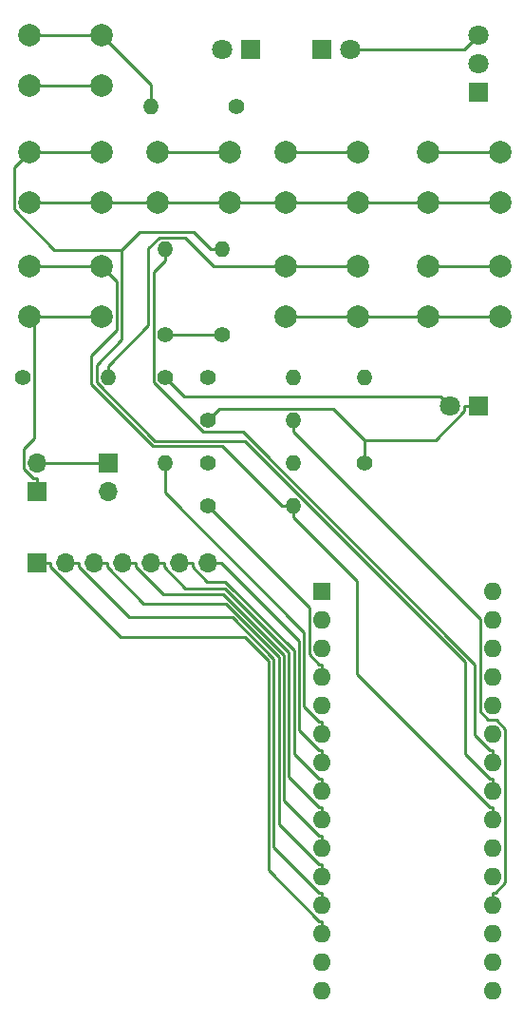
<source format=gbr>
%TF.GenerationSoftware,KiCad,Pcbnew,9.0.5*%
%TF.CreationDate,2025-11-06T21:16:11+01:00*%
%TF.ProjectId,telecomando,74656c65-636f-46d6-916e-646f2e6b6963,rev?*%
%TF.SameCoordinates,PX5e78920PY1360f00*%
%TF.FileFunction,Copper,L2,Bot*%
%TF.FilePolarity,Positive*%
%FSLAX46Y46*%
G04 Gerber Fmt 4.6, Leading zero omitted, Abs format (unit mm)*
G04 Created by KiCad (PCBNEW 9.0.5) date 2025-11-06 21:16:11*
%MOMM*%
%LPD*%
G01*
G04 APERTURE LIST*
%TA.AperFunction,ComponentPad*%
%ADD10R,1.800000X1.800000*%
%TD*%
%TA.AperFunction,ComponentPad*%
%ADD11C,1.800000*%
%TD*%
%TA.AperFunction,ComponentPad*%
%ADD12R,1.700000X1.700000*%
%TD*%
%TA.AperFunction,ComponentPad*%
%ADD13O,1.700000X1.700000*%
%TD*%
%TA.AperFunction,ComponentPad*%
%ADD14C,1.400000*%
%TD*%
%TA.AperFunction,ComponentPad*%
%ADD15O,1.400000X1.400000*%
%TD*%
%TA.AperFunction,ComponentPad*%
%ADD16C,2.000000*%
%TD*%
%TA.AperFunction,ComponentPad*%
%ADD17R,1.600000X1.600000*%
%TD*%
%TA.AperFunction,ComponentPad*%
%ADD18O,1.600000X1.600000*%
%TD*%
%TA.AperFunction,Conductor*%
%ADD19C,0.250000*%
%TD*%
G04 APERTURE END LIST*
D10*
%TO.P,IR1,1,OUT*%
%TO.N,Net-(A1-D11)*%
X43180000Y-8890000D03*
D11*
%TO.P,IR1,2,GND*%
%TO.N,GND*%
X43180000Y-6350000D03*
%TO.P,IR1,3,VCC*%
%TO.N,VCC*%
X43180000Y-3810000D03*
%TD*%
D12*
%TO.P,J2,1,Pin_1*%
%TO.N,Net-(J2-Pin_1)*%
X10160000Y-41910000D03*
D13*
%TO.P,J2,2,Pin_2*%
%TO.N,GND*%
X10160000Y-44450000D03*
%TD*%
D10*
%TO.P,D1,1,K*%
%TO.N,GND*%
X22860000Y-5080000D03*
D11*
%TO.P,D1,2,A*%
%TO.N,Net-(D1-A)*%
X20320000Y-5080000D03*
%TD*%
D14*
%TO.P,R1,1*%
%TO.N,Net-(D1-A)*%
X15240000Y-34290000D03*
D15*
%TO.P,R1,2*%
%TO.N,Net-(A1-D3)*%
X15240000Y-41910000D03*
%TD*%
D12*
%TO.P,J1,1,Pin_1*%
%TO.N,Net-(A1-D10)*%
X3810000Y-50800000D03*
D13*
%TO.P,J1,2,Pin_2*%
%TO.N,Net-(A1-D9)*%
X6350000Y-50800000D03*
%TO.P,J1,3,Pin_3*%
%TO.N,Net-(A1-D8)*%
X8890000Y-50800000D03*
%TO.P,J1,4,Pin_4*%
%TO.N,Net-(A1-D7)*%
X11430000Y-50800000D03*
%TO.P,J1,5,Pin_5*%
%TO.N,Net-(A1-D6)*%
X13970000Y-50800000D03*
%TO.P,J1,6,Pin_6*%
%TO.N,Net-(A1-D5)*%
X16510000Y-50800000D03*
%TO.P,J1,7,Pin_7*%
%TO.N,Net-(A1-D4)*%
X19050000Y-50800000D03*
%TD*%
D14*
%TO.P,R9,1*%
%TO.N,GND*%
X33020000Y-41910000D03*
D15*
%TO.P,R9,2*%
%TO.N,Net-(D3-K)*%
X33020000Y-34290000D03*
%TD*%
D14*
%TO.P,R3,1*%
%TO.N,GND*%
X19050000Y-38100000D03*
D15*
%TO.P,R3,2*%
%TO.N,Net-(A1-A0)*%
X26670000Y-38100000D03*
%TD*%
D12*
%TO.P,J3,1,Pin_1*%
%TO.N,VCC*%
X3810000Y-44450000D03*
D13*
%TO.P,J3,2,Pin_2*%
%TO.N,Net-(J2-Pin_1)*%
X3810000Y-41910000D03*
%TD*%
D16*
%TO.P,SW_PSU1,1,1*%
%TO.N,Net-(A1-A0)*%
X25960000Y-14260000D03*
X32460000Y-14260000D03*
%TO.P,SW_PSU1,2,2*%
%TO.N,VCC*%
X25960000Y-18760000D03*
X32460000Y-18760000D03*
%TD*%
D14*
%TO.P,R8,1*%
%TO.N,GND*%
X2540000Y-34290000D03*
D15*
%TO.P,R8,2*%
%TO.N,Net-(A1-D2)*%
X10160000Y-34290000D03*
%TD*%
D17*
%TO.P,A1,1,D1/TX*%
%TO.N,unconnected-(A1-D1{slash}TX-Pad1)*%
X29210000Y-53340000D03*
D18*
%TO.P,A1,2,D0/RX*%
%TO.N,unconnected-(A1-D0{slash}RX-Pad2)*%
X29210000Y-55880000D03*
%TO.P,A1,3,~{RESET}*%
%TO.N,unconnected-(A1-~{RESET}-Pad3)*%
X29210000Y-58420000D03*
%TO.P,A1,4,GND*%
%TO.N,GND*%
X29210000Y-60960000D03*
%TO.P,A1,5,D2*%
%TO.N,Net-(A1-D2)*%
X29210000Y-63500000D03*
%TO.P,A1,6,D3*%
%TO.N,Net-(A1-D3)*%
X29210000Y-66040000D03*
%TO.P,A1,7,D4*%
%TO.N,Net-(A1-D4)*%
X29210000Y-68580000D03*
%TO.P,A1,8,D5*%
%TO.N,Net-(A1-D5)*%
X29210000Y-71120000D03*
%TO.P,A1,9,D6*%
%TO.N,Net-(A1-D6)*%
X29210000Y-73660000D03*
%TO.P,A1,10,D7*%
%TO.N,Net-(A1-D7)*%
X29210000Y-76200000D03*
%TO.P,A1,11,D8*%
%TO.N,Net-(A1-D8)*%
X29210000Y-78740000D03*
%TO.P,A1,12,D9*%
%TO.N,Net-(A1-D9)*%
X29210000Y-81280000D03*
%TO.P,A1,13,D10*%
%TO.N,Net-(A1-D10)*%
X29210000Y-83820000D03*
%TO.P,A1,14,D11*%
%TO.N,Net-(A1-D11)*%
X29210000Y-86360000D03*
%TO.P,A1,15,D12*%
%TO.N,Net-(A1-D12)*%
X29210000Y-88900000D03*
%TO.P,A1,16,D13*%
%TO.N,unconnected-(A1-D13-Pad16)*%
X44450000Y-88900000D03*
%TO.P,A1,17,3V3*%
%TO.N,unconnected-(A1-3V3-Pad17)*%
X44450000Y-86360000D03*
%TO.P,A1,18,AREF*%
%TO.N,unconnected-(A1-AREF-Pad18)*%
X44450000Y-83820000D03*
%TO.P,A1,19,A0*%
%TO.N,Net-(A1-A0)*%
X44450000Y-81280000D03*
%TO.P,A1,20,A1*%
%TO.N,Net-(A1-A1)*%
X44450000Y-78740000D03*
%TO.P,A1,21,A2*%
X44450000Y-76200000D03*
%TO.P,A1,22,A3*%
%TO.N,Net-(A1-A3)*%
X44450000Y-73660000D03*
%TO.P,A1,23,A4*%
%TO.N,Net-(A1-A4)*%
X44450000Y-71120000D03*
%TO.P,A1,24,A5*%
%TO.N,Net-(A1-A5)*%
X44450000Y-68580000D03*
%TO.P,A1,25,A6*%
%TO.N,unconnected-(A1-A6-Pad25)*%
X44450000Y-66040000D03*
%TO.P,A1,26,A7*%
%TO.N,unconnected-(A1-A7-Pad26)*%
X44450000Y-63500000D03*
%TO.P,A1,27,+5V*%
%TO.N,VCC*%
X44450000Y-60960000D03*
%TO.P,A1,28,~{RESET}*%
%TO.N,unconnected-(A1-~{RESET}-Pad28)*%
X44450000Y-58420000D03*
%TO.P,A1,29,GND*%
%TO.N,unconnected-(A1-GND-Pad29)*%
X44450000Y-55880000D03*
%TO.P,A1,30,VIN*%
%TO.N,unconnected-(A1-VIN-Pad30)*%
X44450000Y-53340000D03*
%TD*%
D16*
%TO.P,SW_VOLSU1,1,1*%
%TO.N,Net-(A1-A1)*%
X38660000Y-14260000D03*
X45160000Y-14260000D03*
%TO.P,SW_VOLSU1,2,2*%
%TO.N,VCC*%
X38660000Y-18760000D03*
X45160000Y-18760000D03*
%TD*%
D14*
%TO.P,R10,1*%
%TO.N,Net-(A1-D12)*%
X21590000Y-10160000D03*
D15*
%TO.P,R10,2*%
%TO.N,Net-(R10-Pad2)*%
X13970000Y-10160000D03*
%TD*%
D14*
%TO.P,R2,1*%
%TO.N,GND*%
X19050000Y-34290000D03*
D15*
%TO.P,R2,2*%
%TO.N,Net-(A1-A1)*%
X26670000Y-34290000D03*
%TD*%
D16*
%TO.P,SW_PGIU1,1,1*%
%TO.N,Net-(A1-D2)*%
X25960000Y-24420000D03*
X32460000Y-24420000D03*
%TO.P,SW_PGIU1,2,2*%
%TO.N,VCC*%
X25960000Y-28920000D03*
X32460000Y-28920000D03*
%TD*%
D14*
%TO.P,R7,1*%
%TO.N,GND*%
X20320000Y-30480000D03*
D15*
%TO.P,R7,2*%
%TO.N,Net-(A1-A4)*%
X20320000Y-22860000D03*
%TD*%
D16*
%TO.P,SW_TVGIU1,1,1*%
%TO.N,Net-(A1-A3)*%
X3100000Y-24420000D03*
X9600000Y-24420000D03*
%TO.P,SW_TVGIU1,2,2*%
%TO.N,VCC*%
X3100000Y-28920000D03*
X9600000Y-28920000D03*
%TD*%
%TO.P,SW_VOLGIU1,1,1*%
%TO.N,Net-(A1-A1)*%
X38660000Y-24420000D03*
X45160000Y-24420000D03*
%TO.P,SW_VOLGIU1,2,2*%
%TO.N,VCC*%
X38660000Y-28920000D03*
X45160000Y-28920000D03*
%TD*%
D10*
%TO.P,D3,1,K*%
%TO.N,Net-(D3-K)*%
X29210000Y-5080000D03*
D11*
%TO.P,D3,2,A*%
%TO.N,VCC*%
X31750000Y-5080000D03*
%TD*%
D16*
%TO.P,SW_TVSU1,1,1*%
%TO.N,Net-(A1-A4)*%
X3100000Y-14260000D03*
X9600000Y-14260000D03*
%TO.P,SW_TVSU1,2,2*%
%TO.N,VCC*%
X3100000Y-18760000D03*
X9600000Y-18760000D03*
%TD*%
%TO.P,SW_Power1,1,1*%
%TO.N,Net-(R10-Pad2)*%
X3100000Y-3810000D03*
X9600000Y-3810000D03*
%TO.P,SW_Power1,2,2*%
%TO.N,VCC*%
X3100000Y-8310000D03*
X9600000Y-8310000D03*
%TD*%
D10*
%TO.P,D2,1,K*%
%TO.N,GND*%
X43180000Y-36830000D03*
D11*
%TO.P,D2,2,A*%
%TO.N,Net-(D1-A)*%
X40640000Y-36830000D03*
%TD*%
D14*
%TO.P,R6,1*%
%TO.N,GND*%
X15240000Y-30480000D03*
D15*
%TO.P,R6,2*%
%TO.N,Net-(A1-A5)*%
X15240000Y-22860000D03*
%TD*%
D14*
%TO.P,R4,1*%
%TO.N,GND*%
X19050000Y-41910000D03*
D15*
%TO.P,R4,2*%
%TO.N,Net-(A1-A1)*%
X26670000Y-41910000D03*
%TD*%
D14*
%TO.P,R5,1*%
%TO.N,GND*%
X19050000Y-45720000D03*
D15*
%TO.P,R5,2*%
%TO.N,Net-(A1-A3)*%
X26670000Y-45720000D03*
%TD*%
D16*
%TO.P,SW_SOURCE1,1,1*%
%TO.N,Net-(A1-A5)*%
X14530000Y-14260000D03*
X21030000Y-14260000D03*
%TO.P,SW_SOURCE1,2,2*%
%TO.N,VCC*%
X14530000Y-18760000D03*
X21030000Y-18760000D03*
%TD*%
D19*
%TO.N,GND*%
X30208400Y-37058400D02*
X33020000Y-39870000D01*
X43180000Y-36830000D02*
X41954900Y-36830000D01*
X28084900Y-58973400D02*
X28084900Y-54754900D01*
X19050000Y-38100000D02*
X20091600Y-37058400D01*
X29210000Y-60960000D02*
X29210000Y-59834900D01*
X39374300Y-39870000D02*
X41954900Y-37289400D01*
X41954900Y-37289400D02*
X41954900Y-36830000D01*
X29210000Y-59834900D02*
X28946400Y-59834900D01*
X28946400Y-59834900D02*
X28084900Y-58973400D01*
X28084900Y-54754900D02*
X19050000Y-45720000D01*
X33020000Y-39870000D02*
X33020000Y-41910000D01*
X20320000Y-30480000D02*
X15240000Y-30480000D01*
X20091600Y-37058400D02*
X30208400Y-37058400D01*
X33020000Y-39870000D02*
X39374300Y-39870000D01*
%TO.N,Net-(D1-A)*%
X40640000Y-36830000D02*
X39841000Y-36031000D01*
X39841000Y-36031000D02*
X16981000Y-36031000D01*
X16981000Y-36031000D02*
X15240000Y-34290000D01*
%TO.N,VCC*%
X32460000Y-28920000D02*
X25960000Y-28920000D01*
X3602500Y-28920000D02*
X3100000Y-28920000D01*
X38660000Y-28920000D02*
X32460000Y-28920000D01*
X31750000Y-5080000D02*
X41910000Y-5080000D01*
X3602500Y-39686000D02*
X2634900Y-40653600D01*
X14530000Y-18760000D02*
X9600000Y-18760000D01*
X2634900Y-40653600D02*
X2634900Y-42467100D01*
X45160000Y-28920000D02*
X38660000Y-28920000D01*
X45160000Y-18760000D02*
X38660000Y-18760000D01*
X9600000Y-28920000D02*
X3602500Y-28920000D01*
X2634900Y-42467100D02*
X3442700Y-43274900D01*
X3602500Y-28920000D02*
X3602500Y-39686000D01*
X41910000Y-5080000D02*
X43180000Y-3810000D01*
X25960000Y-18760000D02*
X21030000Y-18760000D01*
X9600000Y-8310000D02*
X3100000Y-8310000D01*
X21030000Y-18760000D02*
X14530000Y-18760000D01*
X38660000Y-18760000D02*
X32460000Y-18760000D01*
X32460000Y-18760000D02*
X25960000Y-18760000D01*
X9600000Y-18760000D02*
X3100000Y-18760000D01*
X3810000Y-44450000D02*
X3810000Y-43274900D01*
X3442700Y-43274900D02*
X3810000Y-43274900D01*
%TO.N,Net-(A1-D3)*%
X27634800Y-63621100D02*
X28928600Y-64914900D01*
X28928600Y-64914900D02*
X29210000Y-64914900D01*
X29210000Y-66040000D02*
X29210000Y-64914900D01*
X27634800Y-56964700D02*
X27634800Y-63621100D01*
X15240000Y-44569900D02*
X27634800Y-56964700D01*
X15240000Y-41910000D02*
X15240000Y-44569900D01*
%TO.N,Net-(A1-D2)*%
X32460000Y-24420000D02*
X25960000Y-24420000D01*
X10160000Y-34290000D02*
X10160000Y-33264900D01*
X19585900Y-24420000D02*
X16984000Y-21818100D01*
X13754100Y-29670800D02*
X10160000Y-33264900D01*
X16984000Y-21818100D02*
X14759800Y-21818100D01*
X25960000Y-24420000D02*
X19585900Y-24420000D01*
X14759800Y-21818100D02*
X13754100Y-22823800D01*
X13754100Y-22823800D02*
X13754100Y-29670800D01*
%TO.N,Net-(A1-D4)*%
X19050000Y-50800000D02*
X20225100Y-50800000D01*
X28928700Y-67454900D02*
X29210000Y-67454900D01*
X29210000Y-68580000D02*
X29210000Y-67454900D01*
X20225100Y-50800000D02*
X27184700Y-57759600D01*
X27184700Y-65710900D02*
X28928700Y-67454900D01*
X27184700Y-57759600D02*
X27184700Y-65710900D01*
%TO.N,Net-(A1-D5)*%
X28928700Y-69994900D02*
X29210000Y-69994900D01*
X16510000Y-50800000D02*
X17685100Y-50800000D01*
X17685100Y-51165300D02*
X18981500Y-52461700D01*
X18981500Y-52461700D02*
X20572500Y-52461700D01*
X29210000Y-71120000D02*
X29210000Y-69994900D01*
X26734600Y-67800800D02*
X28928700Y-69994900D01*
X17685100Y-50800000D02*
X17685100Y-51165300D01*
X26734600Y-58623800D02*
X26734600Y-67800800D01*
X20572500Y-52461700D02*
X26734600Y-58623800D01*
%TO.N,Net-(A1-D6)*%
X13970000Y-50800000D02*
X15145100Y-50800000D01*
X20553900Y-53079900D02*
X26284400Y-58810400D01*
X26284400Y-58810400D02*
X26284400Y-69842500D01*
X15145100Y-50800000D02*
X15145100Y-51167200D01*
X15145100Y-51167200D02*
X17057800Y-53079900D01*
X28976800Y-72534900D02*
X29210000Y-72534900D01*
X29210000Y-73660000D02*
X29210000Y-72534900D01*
X17057800Y-53079900D02*
X20553900Y-53079900D01*
X26284400Y-69842500D02*
X28976800Y-72534900D01*
%TO.N,Net-(A1-D7)*%
X28928700Y-75074900D02*
X29210000Y-75074900D01*
X25823700Y-58986300D02*
X25823700Y-71969900D01*
X12605100Y-51165300D02*
X15049500Y-53609700D01*
X25823700Y-71969900D02*
X28928700Y-75074900D01*
X11430000Y-50800000D02*
X12605100Y-50800000D01*
X29210000Y-76200000D02*
X29210000Y-75074900D01*
X12605100Y-50800000D02*
X12605100Y-51165300D01*
X20447100Y-53609700D02*
X25823700Y-58986300D01*
X15049500Y-53609700D02*
X20447100Y-53609700D01*
%TO.N,Net-(A1-D8)*%
X28928600Y-77614900D02*
X29210000Y-77614900D01*
X25373600Y-74059900D02*
X28928600Y-77614900D01*
X13330000Y-54430200D02*
X20631000Y-54430200D01*
X29210000Y-78740000D02*
X29210000Y-77614900D01*
X10065100Y-50800000D02*
X10065100Y-51165300D01*
X25373600Y-59172800D02*
X25373600Y-74059900D01*
X20631000Y-54430200D02*
X25373600Y-59172800D01*
X8890000Y-50800000D02*
X10065100Y-50800000D01*
X10065100Y-51165300D02*
X13330000Y-54430200D01*
%TO.N,Net-(A1-D9)*%
X24923500Y-76149800D02*
X28928600Y-80154900D01*
X24923500Y-59359300D02*
X24923500Y-76149800D01*
X28928600Y-80154900D02*
X29210000Y-80154900D01*
X29210000Y-81280000D02*
X29210000Y-80154900D01*
X7525100Y-51165300D02*
X12037300Y-55677500D01*
X6350000Y-50800000D02*
X7525100Y-50800000D01*
X7525100Y-50800000D02*
X7525100Y-51165300D01*
X21241700Y-55677500D02*
X24923500Y-59359300D01*
X12037300Y-55677500D02*
X21241700Y-55677500D01*
%TO.N,Net-(A1-D10)*%
X4985100Y-50800000D02*
X4985100Y-51167300D01*
X4985100Y-51167300D02*
X11244600Y-57426800D01*
X28976800Y-82694900D02*
X29210000Y-82694900D01*
X24473400Y-59545800D02*
X24473400Y-78191500D01*
X29210000Y-83820000D02*
X29210000Y-82694900D01*
X22354400Y-57426800D02*
X24473400Y-59545800D01*
X11244600Y-57426800D02*
X22354400Y-57426800D01*
X3810000Y-50800000D02*
X4985100Y-50800000D01*
X24473400Y-78191500D02*
X28976800Y-82694900D01*
%TO.N,Net-(A1-A0)*%
X44774800Y-64770000D02*
X44058600Y-64770000D01*
X44058600Y-64770000D02*
X43324900Y-64036300D01*
X45589000Y-65584200D02*
X44774800Y-64770000D01*
X45589000Y-79297200D02*
X45589000Y-65584200D01*
X43324900Y-64036300D02*
X43324900Y-55780000D01*
X26670000Y-38100000D02*
X26670000Y-39125100D01*
X43324900Y-55780000D02*
X26670000Y-39125100D01*
X44731300Y-80154900D02*
X45589000Y-79297200D01*
X44450000Y-80154900D02*
X44731300Y-80154900D01*
X32460000Y-14260000D02*
X25960000Y-14260000D01*
X44450000Y-81280000D02*
X44450000Y-80154900D01*
%TO.N,Net-(A1-A1)*%
X45160000Y-24420000D02*
X38660000Y-24420000D01*
X45160000Y-14260000D02*
X38660000Y-14260000D01*
%TO.N,Net-(A1-A3)*%
X8667400Y-32353700D02*
X8667400Y-34886700D01*
X44168700Y-72534900D02*
X32316400Y-60682600D01*
X26670000Y-45720000D02*
X25644900Y-45720000D01*
X26670000Y-45720000D02*
X26670000Y-46745100D01*
X9600000Y-24420000D02*
X10925100Y-25745100D01*
X8667400Y-34886700D02*
X14169300Y-40388600D01*
X3100000Y-24420000D02*
X9600000Y-24420000D01*
X32316400Y-52391500D02*
X26670000Y-46745100D01*
X10925100Y-30096000D02*
X8667400Y-32353700D01*
X20313500Y-40388600D02*
X25644900Y-45720000D01*
X14169300Y-40388600D02*
X20313500Y-40388600D01*
X44450000Y-72534900D02*
X44168700Y-72534900D01*
X32316400Y-60682600D02*
X32316400Y-52391500D01*
X10925100Y-25745100D02*
X10925100Y-30096000D01*
X44450000Y-73660000D02*
X44450000Y-72534900D01*
%TO.N,Net-(A1-A4)*%
X44216800Y-69994900D02*
X44450000Y-69994900D01*
X9132100Y-33167300D02*
X9132100Y-34714800D01*
X12956200Y-21342400D02*
X11383000Y-22915600D01*
X1754100Y-19346800D02*
X1754100Y-15605900D01*
X11383000Y-22915600D02*
X11383000Y-30916400D01*
X11383000Y-22915600D02*
X5322900Y-22915600D01*
X20320000Y-22860000D02*
X19294900Y-22860000D01*
X17777300Y-21342400D02*
X12956200Y-21342400D01*
X3100000Y-14260000D02*
X9600000Y-14260000D01*
X19294900Y-22860000D02*
X17777300Y-21342400D01*
X14355700Y-39938400D02*
X22339300Y-39938400D01*
X22339300Y-39938400D02*
X42023100Y-59622200D01*
X5322900Y-22915600D02*
X1754100Y-19346800D01*
X42023100Y-67801200D02*
X44216800Y-69994900D01*
X11383000Y-30916400D02*
X9132100Y-33167300D01*
X44450000Y-71120000D02*
X44450000Y-69994900D01*
X42023100Y-59622200D02*
X42023100Y-67801200D01*
X9132100Y-34714800D02*
X14355700Y-39938400D01*
X1754100Y-15605900D02*
X3100000Y-14260000D01*
%TO.N,Net-(A1-A5)*%
X42874800Y-59837200D02*
X42874800Y-66161100D01*
X15240000Y-22860000D02*
X15240000Y-23885100D01*
X14204300Y-34704100D02*
X18666100Y-39165900D01*
X44450000Y-68580000D02*
X44450000Y-67454900D01*
X44168600Y-67454900D02*
X44450000Y-67454900D01*
X22203500Y-39165900D02*
X42874800Y-59837200D01*
X42874800Y-66161100D02*
X44168600Y-67454900D01*
X14204300Y-24920800D02*
X14204300Y-34704100D01*
X14530000Y-14260000D02*
X21030000Y-14260000D01*
X18666100Y-39165900D02*
X22203500Y-39165900D01*
X15240000Y-23885100D02*
X14204300Y-24920800D01*
%TO.N,Net-(J2-Pin_1)*%
X3810000Y-41910000D02*
X10160000Y-41910000D01*
%TO.N,Net-(R10-Pad2)*%
X13970000Y-10160000D02*
X13970000Y-8180000D01*
X9600000Y-3810000D02*
X3100000Y-3810000D01*
X13970000Y-8180000D02*
X9600000Y-3810000D01*
%TD*%
M02*

</source>
